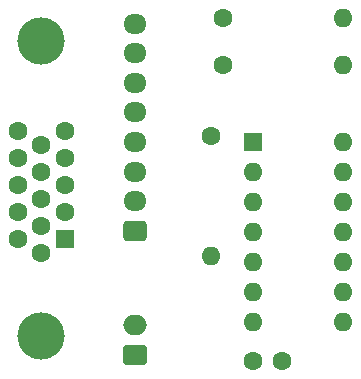
<source format=gbr>
%TF.GenerationSoftware,KiCad,Pcbnew,(6.0.1)*%
%TF.CreationDate,2022-01-23T22:03:48-08:00*%
%TF.ProjectId,gbsc-sync-combiner-v3,67627363-2d73-4796-9e63-2d636f6d6269,rev?*%
%TF.SameCoordinates,Original*%
%TF.FileFunction,Copper,L2,Bot*%
%TF.FilePolarity,Positive*%
%FSLAX46Y46*%
G04 Gerber Fmt 4.6, Leading zero omitted, Abs format (unit mm)*
G04 Created by KiCad (PCBNEW (6.0.1)) date 2022-01-23 22:03:48*
%MOMM*%
%LPD*%
G01*
G04 APERTURE LIST*
G04 Aperture macros list*
%AMRoundRect*
0 Rectangle with rounded corners*
0 $1 Rounding radius*
0 $2 $3 $4 $5 $6 $7 $8 $9 X,Y pos of 4 corners*
0 Add a 4 corners polygon primitive as box body*
4,1,4,$2,$3,$4,$5,$6,$7,$8,$9,$2,$3,0*
0 Add four circle primitives for the rounded corners*
1,1,$1+$1,$2,$3*
1,1,$1+$1,$4,$5*
1,1,$1+$1,$6,$7*
1,1,$1+$1,$8,$9*
0 Add four rect primitives between the rounded corners*
20,1,$1+$1,$2,$3,$4,$5,0*
20,1,$1+$1,$4,$5,$6,$7,0*
20,1,$1+$1,$6,$7,$8,$9,0*
20,1,$1+$1,$8,$9,$2,$3,0*%
G04 Aperture macros list end*
%TA.AperFunction,ComponentPad*%
%ADD10RoundRect,0.250000X0.750000X-0.600000X0.750000X0.600000X-0.750000X0.600000X-0.750000X-0.600000X0*%
%TD*%
%TA.AperFunction,ComponentPad*%
%ADD11O,2.000000X1.700000*%
%TD*%
%TA.AperFunction,ComponentPad*%
%ADD12RoundRect,0.250000X0.725000X-0.600000X0.725000X0.600000X-0.725000X0.600000X-0.725000X-0.600000X0*%
%TD*%
%TA.AperFunction,ComponentPad*%
%ADD13O,1.950000X1.700000*%
%TD*%
%TA.AperFunction,ComponentPad*%
%ADD14R,1.600000X1.600000*%
%TD*%
%TA.AperFunction,ComponentPad*%
%ADD15O,1.600000X1.600000*%
%TD*%
%TA.AperFunction,ComponentPad*%
%ADD16C,1.600000*%
%TD*%
%TA.AperFunction,ComponentPad*%
%ADD17C,4.000000*%
%TD*%
G04 APERTURE END LIST*
D10*
%TO.P,J2,1*%
%TO.N,GND*%
X110000000Y-87000000D03*
D11*
%TO.P,J2,2*%
%TO.N,+5V*%
X110000000Y-84500000D03*
%TD*%
D12*
%TO.P,J3,1*%
%TO.N,Red*%
X110000000Y-76500000D03*
D13*
%TO.P,J3,2*%
%TO.N,Green*%
X110000000Y-74000000D03*
%TO.P,J3,3*%
%TO.N,Blue*%
X110000000Y-71500000D03*
%TO.P,J3,4*%
%TO.N,Net-(J3-Pad4)*%
X110000000Y-69000000D03*
%TO.P,J3,5*%
%TO.N,Net-(J3-Pad5)*%
X110000000Y-66500000D03*
%TO.P,J3,6*%
%TO.N,Net-(J3-Pad6)*%
X110000000Y-64000000D03*
%TO.P,J3,7*%
%TO.N,GND*%
X110000000Y-61500000D03*
%TO.P,J3,8*%
X110000000Y-59000000D03*
%TD*%
D14*
%TO.P,U1,1*%
%TO.N,/HSync*%
X120000000Y-69000000D03*
D15*
%TO.P,U1,2*%
%TO.N,/VSync*%
X120000000Y-71540000D03*
%TO.P,U1,3*%
%TO.N,Net-(U1-Pad3)*%
X120000000Y-74080000D03*
%TO.P,U1,4*%
X120000000Y-76620000D03*
%TO.P,U1,5*%
%TO.N,+5V*%
X120000000Y-79160000D03*
%TO.P,U1,6*%
%TO.N,/CSync*%
X120000000Y-81700000D03*
%TO.P,U1,7*%
%TO.N,GND*%
X120000000Y-84240000D03*
%TO.P,U1,8*%
%TO.N,Net-(U1-Pad8)*%
X127620000Y-84240000D03*
%TO.P,U1,9*%
%TO.N,+5V*%
X127620000Y-81700000D03*
%TO.P,U1,10*%
X127620000Y-79160000D03*
%TO.P,U1,11*%
%TO.N,Net-(U1-Pad11)*%
X127620000Y-76620000D03*
%TO.P,U1,12*%
%TO.N,+5V*%
X127620000Y-74080000D03*
%TO.P,U1,13*%
X127620000Y-71540000D03*
%TO.P,U1,14*%
X127620000Y-69000000D03*
%TD*%
D16*
%TO.P,R1,1*%
%TO.N,/HSync*%
X117500000Y-58500000D03*
D15*
%TO.P,R1,2*%
%TO.N,+5V*%
X127660000Y-58500000D03*
%TD*%
D16*
%TO.P,C1,1*%
%TO.N,+5V*%
X122500000Y-87500000D03*
%TO.P,C1,2*%
%TO.N,GND*%
X120000000Y-87500000D03*
%TD*%
D17*
%TO.P,J1,0*%
%TO.N,Net-(J1-Pad0)*%
X102036660Y-60435000D03*
X102036660Y-85435000D03*
D14*
%TO.P,J1,1*%
%TO.N,Red*%
X104086660Y-77250000D03*
D16*
%TO.P,J1,2*%
%TO.N,Green*%
X104086660Y-74960000D03*
%TO.P,J1,3*%
%TO.N,Blue*%
X104086660Y-72670000D03*
%TO.P,J1,4*%
%TO.N,Net-(J1-Pad4)*%
X104086660Y-70380000D03*
%TO.P,J1,5*%
%TO.N,GND*%
X104086660Y-68090000D03*
%TO.P,J1,6*%
X102106660Y-78395000D03*
%TO.P,J1,7*%
X102106660Y-76105000D03*
%TO.P,J1,8*%
X102106660Y-73815000D03*
%TO.P,J1,9*%
%TO.N,Net-(J1-Pad9)*%
X102106660Y-71525000D03*
%TO.P,J1,10*%
%TO.N,GND*%
X102106660Y-69235000D03*
%TO.P,J1,11*%
%TO.N,Net-(J1-Pad11)*%
X100126660Y-77250000D03*
%TO.P,J1,12*%
%TO.N,Net-(J1-Pad12)*%
X100126660Y-74960000D03*
%TO.P,J1,13*%
%TO.N,/HSync*%
X100126660Y-72670000D03*
%TO.P,J1,14*%
%TO.N,/VSync*%
X100126660Y-70380000D03*
%TO.P,J1,15*%
%TO.N,Net-(J1-Pad15)*%
X100126660Y-68090000D03*
%TD*%
%TO.P,R3,1*%
%TO.N,Net-(J3-Pad4)*%
X116500000Y-68500000D03*
D15*
%TO.P,R3,2*%
%TO.N,/CSync*%
X116500000Y-78660000D03*
%TD*%
D16*
%TO.P,R2,1*%
%TO.N,/VSync*%
X117500000Y-62500000D03*
D15*
%TO.P,R2,2*%
%TO.N,+5V*%
X127660000Y-62500000D03*
%TD*%
M02*

</source>
